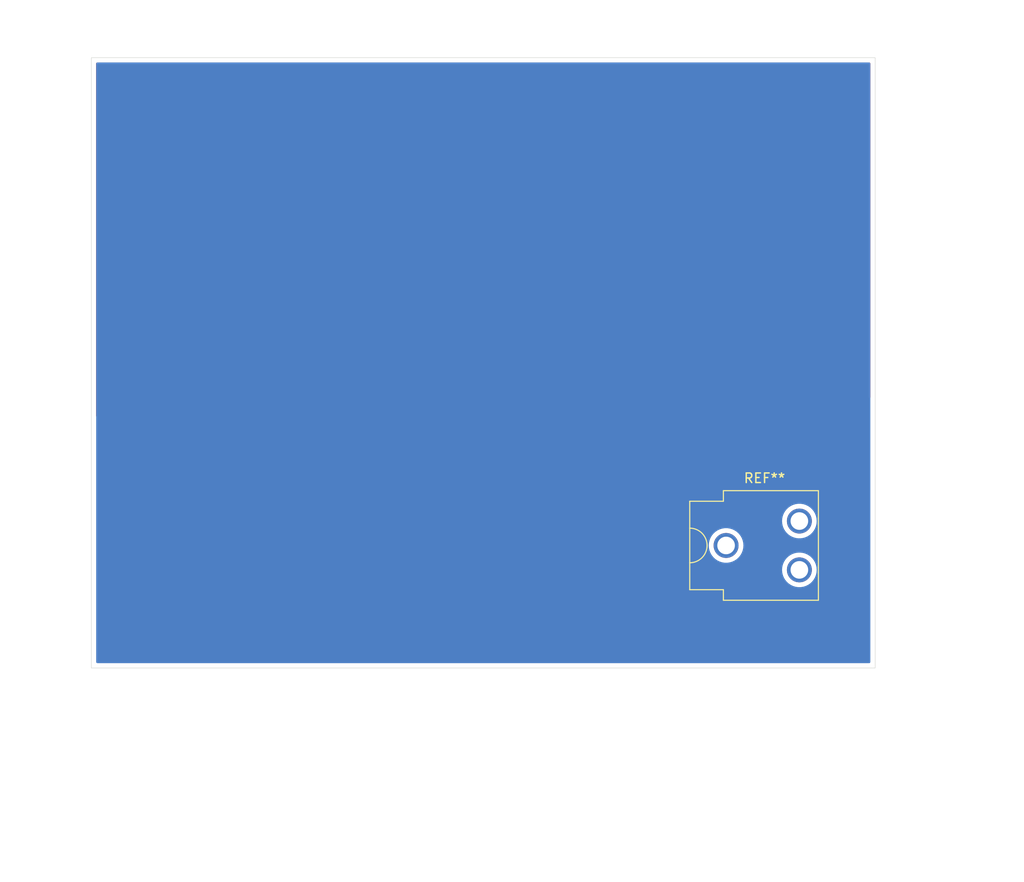
<source format=kicad_pcb>
(kicad_pcb (version 20240108) (generator "pcbnew") (generator_version "8.0")
  (layers (0 "F.Cu" signal) (31 "B.Cu" signal) (34 "B.Paste" user) (35 "F.Paste" user) (36 "B.SilkS" user "B.Silkscreen") (37 "F.SilkS" user "F.Silkscreen") (38 "B.Mask" user) (39 "F.Mask" user) (44 "Edge.Cuts" user))
  (net 0 "")
  (footprint "Battery:BatteryClip_Keystone_54_D16-19mm" (layer "F.Cu") (at 206.5 89.25)
    (property "Reference" "REF**" (at 4 -7 0) (layer "F.SilkS"))
    (property "Value" "BatteryClip_Keystone_54_D16-19mm")
    (fp_line (start -3.78 -4.6) (end -3.78 4.6) (stroke (width 0.12)) (layer "F.SilkS"))
    (fp_line (start -3.78 4.6) (end -0.28 4.6) (stroke (width 0.12)) (layer "F.SilkS"))
    (fp_line (start -0.28 -5.7) (end -0.28 -4.6) (stroke (width 0.12)) (layer "F.SilkS"))
    (fp_line (start -0.28 -4.6) (end -3.78 -4.6) (stroke (width 0.12)) (layer "F.SilkS"))
    (fp_line (start -0.28 4.6) (end -0.28 5.7) (stroke (width 0.12)) (layer "F.SilkS"))
    (fp_line (start -0.28 5.7) (end 9.6 5.7) (stroke (width 0.12)) (layer "F.SilkS"))
    (fp_line (start 9.6 -5.7) (end -0.28 -5.7) (stroke (width 0.12)) (layer "F.SilkS"))
    (fp_line (start 9.6 5.7) (end 9.6 -5.7) (stroke (width 0.12)) (layer "F.SilkS"))
    (fp_arc (start -3.78 -1.8) (mid -1.98 0) (end -3.78 1.8) (stroke (width 0.12)) (layer "F.SilkS"))
    (pad "1" thru_hole circle (at 0 0 180) (size 2.5908 2.5908) (drill 1.8288) (layers "*.Cu" "*.Mask"))
    (pad "1" thru_hole circle (at 7.62 -2.54 180) (size 2.5908 2.5908) (drill 1.8288) (layers "*.Cu" "*.Mask"))
    (pad "1" thru_hole circle (at 7.62 2.54 180) (size 2.5908 2.5908) (drill 1.8288) (layers "*.Cu" "*.Mask"))
  )
  (gr_rect (start 140.5 38.5) (end 222 102) (stroke (width 0.05)) (fill none) (layer "Edge.Cuts"))
  (zone (net 0) (net_name "") (layer "F.Cu") (connect_pads (clearance 0)) (min_thickness 0.25)
    (keepout (tracks not_allowed) (vias not_allowed) (pads allowed) (copperpour not_allowed) (footprints allowed))
    (fill (thermal_gap 0.5) (thermal_bridge_width 0.5))
    (polygon (pts (xy 136.25 76) (xy 228.75 73.75) (xy 229.5 124.25) (xy 138 121.25)))
  )
  (zone (net 0) (net_name "") (layers "F&B.Cu") (connect_pads (clearance 0.5)) (min_thickness 0.25) (fill yes (thermal_gap 0.5) (thermal_bridge_width 0.5) (island_removal_mode 1) (island_area_min 10))
    (polygon (pts (xy 131 32.5) (xy 131 109) (xy 237.5 109) (xy 237 34)))
  )
)
</source>
